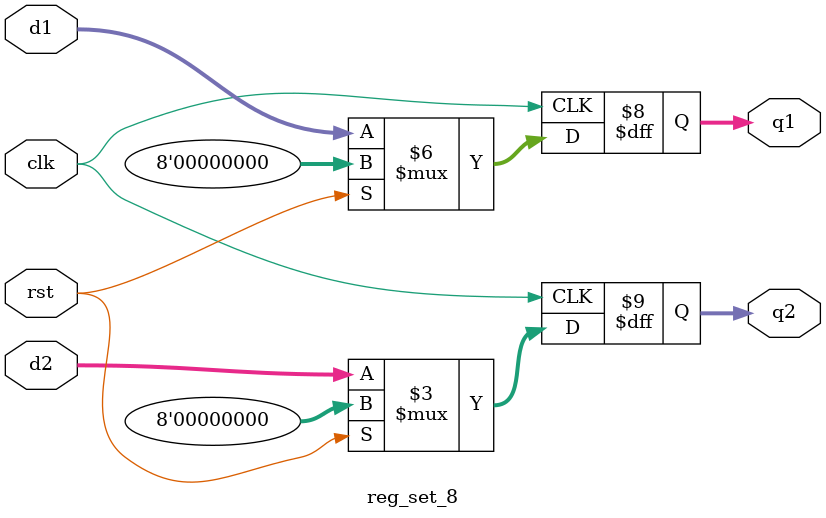
<source format=v>
module reg_set_8(q1,q2,clk,rst,d1,d2);
    output reg [7:0] q1,q2;
    input [7:0] d1,d2;
    input clk,rst;

    always @(posedge clk) begin
        if(rst) begin
            q1 <= 0;
            q2 <= 0;
        end
        else begin
            q1 <= d1;
            q2 <= d2;
        end
    end

endmodule

</source>
